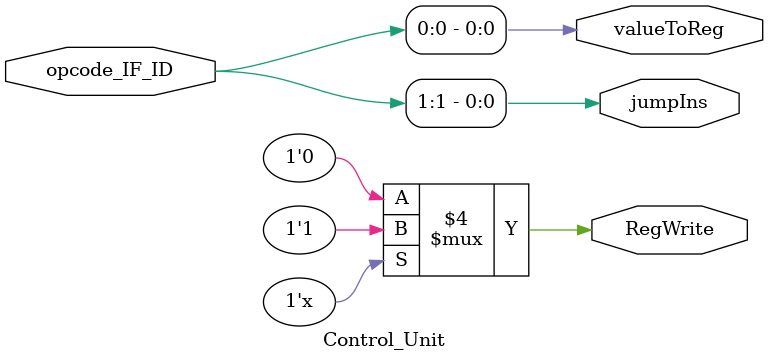
<source format=v>
`timescale 1ns / 1ps


module Control_Unit(
    input [1:0] opcode_IF_ID,
    output reg RegWrite,
    output reg jumpIns,
    output reg valueToReg
    );
      
    
    always@ (opcode_IF_ID) 
    begin
        jumpIns <= opcode_IF_ID[1];   // 1 for j, 0 for addi and li
        
        if(jumpIns == 0)
            RegWrite <= 1;
         else
            RegWrite <=0;
            
        valueToReg <= opcode_IF_ID[0];   //0 for li , 1 for addi
        
    end
endmodule
</source>
